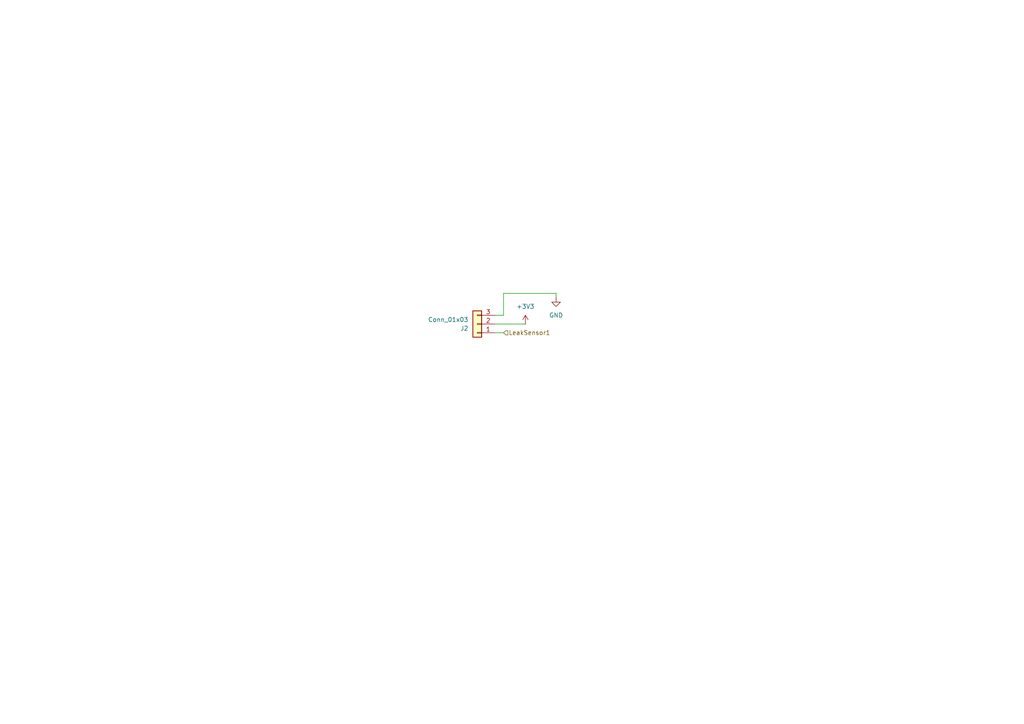
<source format=kicad_sch>
(kicad_sch (version 20250114) (generator "eeschema") (generator_version "9.0")
  (paper "A4")
  (lib_symbols
    (symbol "Connector_Generic:Conn_01x03" (pin_names (offset 1.016) (hide yes))
      (property "Reference" "J" (at 0 5.08 0))
      (property "Value" "Conn_01x03" (at 0 -5.08 0))
      (symbol "Conn_01x03_1_1"
        (rectangle (start -1.27 3.81) (end 1.27 -3.81) (stroke (width 0.254)) (fill (type background)))
        (rectangle (start -1.27 2.667) (end 0 2.413) (stroke (width 0.1524)))
        (rectangle (start -1.27 0.127) (end 0 -0.127) (stroke (width 0.1524)))
        (rectangle (start -1.27 -2.413) (end 0 -2.667) (stroke (width 0.1524)))
        (pin passive line (at -5.08 2.54 0) (length 3.81) (name "Pin_1") (number "1"))
        (pin passive line (at -5.08 0 0) (length 3.81) (name "Pin_2") (number "2"))
        (pin passive line (at -5.08 -2.54 0) (length 3.81) (name "Pin_3") (number "3"))
      )
    )
    (symbol "power:+3V3" (power) (pin_numbers (hide yes)) (pin_names (offset 0) (hide yes))
      (property "Value" "+3V3" (at 0 3.556 0))
      (symbol "+3V3_0_1"
        (polyline (pts (xy -0.762 1.27) (xy 0 2.54)))
        (polyline (pts (xy 0 2.54) (xy 0.762 1.27)))
        (polyline (pts (xy 0 0) (xy 0 2.54)))
      )
      (symbol "+3V3_1_1"
        (pin power_in line (at 0 0 90) (length 0) (name "~") (number "1"))
      )
    )
    (symbol "power:GND" (power) (pin_numbers (hide yes)) (pin_names (offset 0) (hide yes))
      (property "Value" "GND" (at 0 -3.81 0))
      (symbol "GND_0_1"
        (polyline (pts (xy 0 0) (xy 0 -1.27) (xy 1.27 -1.27) (xy 0 -2.54) (xy -1.27 -1.27) (xy 0 -1.27)))
      )
      (symbol "GND_1_1"
        (pin power_in line (at 0 0 270) (length 0) (name "~") (number "1"))
      )
    )
  )
  (wire (pts (xy 146.05 91.44) (xy 146.05 85.09)))
  (wire (pts (xy 146.05 96.52) (xy 143.51 96.52)))
  (wire (pts (xy 143.51 93.98) (xy 152.4 93.98)))
  (wire (pts (xy 146.05 85.09) (xy 161.29 85.09)))
  (wire (pts (xy 146.05 91.44) (xy 143.51 91.44)))
  (wire (pts (xy 161.29 85.09) (xy 161.29 86.36)))
  (hierarchical_label "LeakSensor1" (shape input) (at 146.05 96.52 0))
  (symbol (lib_id "Connector_Generic:Conn_01x03") (at 138.43 93.98 180) (unit 1)
    (property "Reference" "J2" (at 135.89 95.25 0) (effects (justify left)))
    (property "Value" "Conn_01x03" (at 135.89 92.71 0) (effects (justify left)))
    (property "Footprint" "WaterBlaster:MOLEX_436500317" (effects (hide yes)))
  )
  (symbol (lib_id "power:+3V3") (at 152.4 93.98 0) (unit 1)
    (property "Reference" "#PWR06" (effects (hide yes)))
    (property "Value" "+3V3" (at 152.4 88.9 0))
    (property "Description" "Power symbol creates a global label with name \"+3V3\"" (effects (hide yes)))
  )
  (symbol (lib_id "power:GND") (at 161.29 86.36 0) (unit 1)
    (property "Reference" "#PWR07" (effects (hide yes)))
    (property "Value" "GND" (at 161.29 91.44 0))
    (property "Description" "Power symbol creates a global label with name \"GND\" , ground" (effects (hide yes)))
  )
)
</source>
